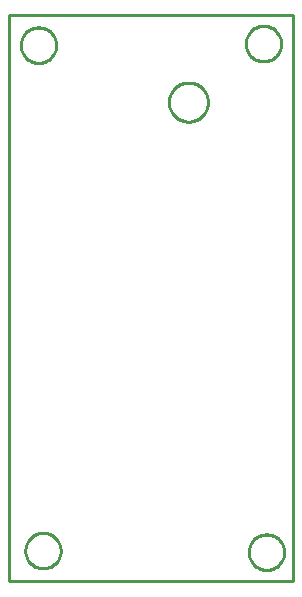
<source format=gbr>
G04 EAGLE Gerber RS-274X export*
G75*
%MOMM*%
%FSLAX34Y34*%
%LPD*%
%IN*%
%IPPOS*%
%AMOC8*
5,1,8,0,0,1.08239X$1,22.5*%
G01*
%ADD10C,0.254000*%


D10*
X-304600Y-403100D02*
X-63500Y-403100D01*
X-63500Y76200D01*
X-304600Y76200D01*
X-304600Y-403100D01*
X-260590Y-377726D02*
X-260666Y-378794D01*
X-260819Y-379855D01*
X-261047Y-380902D01*
X-261349Y-381930D01*
X-261723Y-382934D01*
X-262168Y-383909D01*
X-262682Y-384849D01*
X-263261Y-385750D01*
X-263903Y-386608D01*
X-264605Y-387418D01*
X-265362Y-388175D01*
X-266172Y-388877D01*
X-267030Y-389519D01*
X-267931Y-390098D01*
X-268871Y-390612D01*
X-269846Y-391057D01*
X-270850Y-391431D01*
X-271878Y-391733D01*
X-272925Y-391961D01*
X-273986Y-392114D01*
X-275054Y-392190D01*
X-276126Y-392190D01*
X-277194Y-392114D01*
X-278255Y-391961D01*
X-279302Y-391733D01*
X-280330Y-391431D01*
X-281334Y-391057D01*
X-282309Y-390612D01*
X-283249Y-390098D01*
X-284150Y-389519D01*
X-285008Y-388877D01*
X-285818Y-388175D01*
X-286575Y-387418D01*
X-287277Y-386608D01*
X-287919Y-385750D01*
X-288498Y-384849D01*
X-289012Y-383909D01*
X-289457Y-382934D01*
X-289831Y-381930D01*
X-290133Y-380902D01*
X-290361Y-379855D01*
X-290514Y-378794D01*
X-290590Y-377726D01*
X-290590Y-376654D01*
X-290514Y-375586D01*
X-290361Y-374525D01*
X-290133Y-373478D01*
X-289831Y-372450D01*
X-289457Y-371446D01*
X-289012Y-370471D01*
X-288498Y-369531D01*
X-287919Y-368630D01*
X-287277Y-367772D01*
X-286575Y-366962D01*
X-285818Y-366205D01*
X-285008Y-365503D01*
X-284150Y-364861D01*
X-283249Y-364282D01*
X-282309Y-363768D01*
X-281334Y-363323D01*
X-280330Y-362949D01*
X-279302Y-362647D01*
X-278255Y-362419D01*
X-277194Y-362266D01*
X-276126Y-362190D01*
X-275054Y-362190D01*
X-273986Y-362266D01*
X-272925Y-362419D01*
X-271878Y-362647D01*
X-270850Y-362949D01*
X-269846Y-363323D01*
X-268871Y-363768D01*
X-267931Y-364282D01*
X-267030Y-364861D01*
X-266172Y-365503D01*
X-265362Y-366205D01*
X-264605Y-366962D01*
X-263903Y-367772D01*
X-263261Y-368630D01*
X-262682Y-369531D01*
X-262168Y-370471D01*
X-261723Y-371446D01*
X-261349Y-372450D01*
X-261047Y-373478D01*
X-260819Y-374525D01*
X-260666Y-375586D01*
X-260590Y-376654D01*
X-260590Y-377726D01*
X-71360Y-378996D02*
X-71436Y-380064D01*
X-71589Y-381125D01*
X-71817Y-382172D01*
X-72119Y-383200D01*
X-72493Y-384204D01*
X-72938Y-385179D01*
X-73452Y-386119D01*
X-74031Y-387020D01*
X-74673Y-387878D01*
X-75375Y-388688D01*
X-76132Y-389445D01*
X-76942Y-390147D01*
X-77800Y-390789D01*
X-78701Y-391368D01*
X-79641Y-391882D01*
X-80616Y-392327D01*
X-81620Y-392701D01*
X-82648Y-393003D01*
X-83695Y-393231D01*
X-84756Y-393384D01*
X-85824Y-393460D01*
X-86896Y-393460D01*
X-87964Y-393384D01*
X-89025Y-393231D01*
X-90072Y-393003D01*
X-91100Y-392701D01*
X-92104Y-392327D01*
X-93079Y-391882D01*
X-94019Y-391368D01*
X-94920Y-390789D01*
X-95778Y-390147D01*
X-96588Y-389445D01*
X-97345Y-388688D01*
X-98047Y-387878D01*
X-98689Y-387020D01*
X-99268Y-386119D01*
X-99782Y-385179D01*
X-100227Y-384204D01*
X-100601Y-383200D01*
X-100903Y-382172D01*
X-101131Y-381125D01*
X-101284Y-380064D01*
X-101360Y-378996D01*
X-101360Y-377924D01*
X-101284Y-376856D01*
X-101131Y-375795D01*
X-100903Y-374748D01*
X-100601Y-373720D01*
X-100227Y-372716D01*
X-99782Y-371741D01*
X-99268Y-370801D01*
X-98689Y-369900D01*
X-98047Y-369042D01*
X-97345Y-368232D01*
X-96588Y-367475D01*
X-95778Y-366773D01*
X-94920Y-366131D01*
X-94019Y-365552D01*
X-93079Y-365038D01*
X-92104Y-364593D01*
X-91100Y-364219D01*
X-90072Y-363917D01*
X-89025Y-363689D01*
X-87964Y-363536D01*
X-86896Y-363460D01*
X-85824Y-363460D01*
X-84756Y-363536D01*
X-83695Y-363689D01*
X-82648Y-363917D01*
X-81620Y-364219D01*
X-80616Y-364593D01*
X-79641Y-365038D01*
X-78701Y-365552D01*
X-77800Y-366131D01*
X-76942Y-366773D01*
X-76132Y-367475D01*
X-75375Y-368232D01*
X-74673Y-369042D01*
X-74031Y-369900D01*
X-73452Y-370801D01*
X-72938Y-371741D01*
X-72493Y-372716D01*
X-72119Y-373720D01*
X-71817Y-374748D01*
X-71589Y-375795D01*
X-71436Y-376856D01*
X-71360Y-377924D01*
X-71360Y-378996D01*
X-264400Y50264D02*
X-264476Y49196D01*
X-264629Y48135D01*
X-264857Y47088D01*
X-265159Y46060D01*
X-265533Y45056D01*
X-265978Y44081D01*
X-266492Y43141D01*
X-267071Y42240D01*
X-267713Y41382D01*
X-268415Y40572D01*
X-269172Y39815D01*
X-269982Y39113D01*
X-270840Y38471D01*
X-271741Y37892D01*
X-272681Y37378D01*
X-273656Y36933D01*
X-274660Y36559D01*
X-275688Y36257D01*
X-276735Y36029D01*
X-277796Y35876D01*
X-278864Y35800D01*
X-279936Y35800D01*
X-281004Y35876D01*
X-282065Y36029D01*
X-283112Y36257D01*
X-284140Y36559D01*
X-285144Y36933D01*
X-286119Y37378D01*
X-287059Y37892D01*
X-287960Y38471D01*
X-288818Y39113D01*
X-289628Y39815D01*
X-290385Y40572D01*
X-291087Y41382D01*
X-291729Y42240D01*
X-292308Y43141D01*
X-292822Y44081D01*
X-293267Y45056D01*
X-293641Y46060D01*
X-293943Y47088D01*
X-294171Y48135D01*
X-294324Y49196D01*
X-294400Y50264D01*
X-294400Y51336D01*
X-294324Y52404D01*
X-294171Y53465D01*
X-293943Y54512D01*
X-293641Y55540D01*
X-293267Y56544D01*
X-292822Y57519D01*
X-292308Y58459D01*
X-291729Y59360D01*
X-291087Y60218D01*
X-290385Y61028D01*
X-289628Y61785D01*
X-288818Y62487D01*
X-287960Y63129D01*
X-287059Y63708D01*
X-286119Y64222D01*
X-285144Y64667D01*
X-284140Y65041D01*
X-283112Y65343D01*
X-282065Y65571D01*
X-281004Y65724D01*
X-279936Y65800D01*
X-278864Y65800D01*
X-277796Y65724D01*
X-276735Y65571D01*
X-275688Y65343D01*
X-274660Y65041D01*
X-273656Y64667D01*
X-272681Y64222D01*
X-271741Y63708D01*
X-270840Y63129D01*
X-269982Y62487D01*
X-269172Y61785D01*
X-268415Y61028D01*
X-267713Y60218D01*
X-267071Y59360D01*
X-266492Y58459D01*
X-265978Y57519D01*
X-265533Y56544D01*
X-265159Y55540D01*
X-264857Y54512D01*
X-264629Y53465D01*
X-264476Y52404D01*
X-264400Y51336D01*
X-264400Y50264D01*
X-73900Y51534D02*
X-73976Y50466D01*
X-74129Y49405D01*
X-74357Y48358D01*
X-74659Y47330D01*
X-75033Y46326D01*
X-75478Y45351D01*
X-75992Y44411D01*
X-76571Y43510D01*
X-77213Y42652D01*
X-77915Y41842D01*
X-78672Y41085D01*
X-79482Y40383D01*
X-80340Y39741D01*
X-81241Y39162D01*
X-82181Y38648D01*
X-83156Y38203D01*
X-84160Y37829D01*
X-85188Y37527D01*
X-86235Y37299D01*
X-87296Y37146D01*
X-88364Y37070D01*
X-89436Y37070D01*
X-90504Y37146D01*
X-91565Y37299D01*
X-92612Y37527D01*
X-93640Y37829D01*
X-94644Y38203D01*
X-95619Y38648D01*
X-96559Y39162D01*
X-97460Y39741D01*
X-98318Y40383D01*
X-99128Y41085D01*
X-99885Y41842D01*
X-100587Y42652D01*
X-101229Y43510D01*
X-101808Y44411D01*
X-102322Y45351D01*
X-102767Y46326D01*
X-103141Y47330D01*
X-103443Y48358D01*
X-103671Y49405D01*
X-103824Y50466D01*
X-103900Y51534D01*
X-103900Y52606D01*
X-103824Y53674D01*
X-103671Y54735D01*
X-103443Y55782D01*
X-103141Y56810D01*
X-102767Y57814D01*
X-102322Y58789D01*
X-101808Y59729D01*
X-101229Y60630D01*
X-100587Y61488D01*
X-99885Y62298D01*
X-99128Y63055D01*
X-98318Y63757D01*
X-97460Y64399D01*
X-96559Y64978D01*
X-95619Y65492D01*
X-94644Y65937D01*
X-93640Y66311D01*
X-92612Y66613D01*
X-91565Y66841D01*
X-90504Y66994D01*
X-89436Y67070D01*
X-88364Y67070D01*
X-87296Y66994D01*
X-86235Y66841D01*
X-85188Y66613D01*
X-84160Y66311D01*
X-83156Y65937D01*
X-82181Y65492D01*
X-81241Y64978D01*
X-80340Y64399D01*
X-79482Y63757D01*
X-78672Y63055D01*
X-77915Y62298D01*
X-77213Y61488D01*
X-76571Y60630D01*
X-75992Y59729D01*
X-75478Y58789D01*
X-75033Y57814D01*
X-74659Y56810D01*
X-74357Y55782D01*
X-74129Y54735D01*
X-73976Y53674D01*
X-73900Y52606D01*
X-73900Y51534D01*
X-135890Y2000D02*
X-135961Y921D01*
X-136102Y-151D01*
X-136313Y-1211D01*
X-136592Y-2255D01*
X-136940Y-3279D01*
X-137354Y-4277D01*
X-137832Y-5247D01*
X-138372Y-6183D01*
X-138973Y-7082D01*
X-139631Y-7939D01*
X-140344Y-8752D01*
X-141108Y-9517D01*
X-141921Y-10229D01*
X-142778Y-10887D01*
X-143677Y-11488D01*
X-144613Y-12028D01*
X-145583Y-12506D01*
X-146581Y-12920D01*
X-147605Y-13268D01*
X-148649Y-13547D01*
X-149709Y-13758D01*
X-150781Y-13899D01*
X-151860Y-13970D01*
X-152940Y-13970D01*
X-154019Y-13899D01*
X-155091Y-13758D01*
X-156151Y-13547D01*
X-157195Y-13268D01*
X-158219Y-12920D01*
X-159217Y-12506D01*
X-160187Y-12028D01*
X-161123Y-11488D01*
X-162022Y-10887D01*
X-162879Y-10229D01*
X-163692Y-9517D01*
X-164457Y-8752D01*
X-165169Y-7939D01*
X-165827Y-7082D01*
X-166428Y-6183D01*
X-166968Y-5247D01*
X-167446Y-4277D01*
X-167860Y-3279D01*
X-168208Y-2255D01*
X-168487Y-1211D01*
X-168698Y-151D01*
X-168839Y921D01*
X-168910Y2000D01*
X-168910Y3080D01*
X-168839Y4159D01*
X-168698Y5231D01*
X-168487Y6291D01*
X-168208Y7335D01*
X-167860Y8359D01*
X-167446Y9357D01*
X-166968Y10327D01*
X-166428Y11263D01*
X-165827Y12162D01*
X-165169Y13019D01*
X-164457Y13832D01*
X-163692Y14597D01*
X-162879Y15309D01*
X-162022Y15967D01*
X-161123Y16568D01*
X-160187Y17108D01*
X-159217Y17586D01*
X-158219Y18000D01*
X-157195Y18348D01*
X-156151Y18627D01*
X-155091Y18838D01*
X-154019Y18979D01*
X-152940Y19050D01*
X-151860Y19050D01*
X-150781Y18979D01*
X-149709Y18838D01*
X-148649Y18627D01*
X-147605Y18348D01*
X-146581Y18000D01*
X-145583Y17586D01*
X-144613Y17108D01*
X-143677Y16568D01*
X-142778Y15967D01*
X-141921Y15309D01*
X-141108Y14597D01*
X-140344Y13832D01*
X-139631Y13019D01*
X-138973Y12162D01*
X-138372Y11263D01*
X-137832Y10327D01*
X-137354Y9357D01*
X-136940Y8359D01*
X-136592Y7335D01*
X-136313Y6291D01*
X-136102Y5231D01*
X-135961Y4159D01*
X-135890Y3080D01*
X-135890Y2000D01*
M02*

</source>
